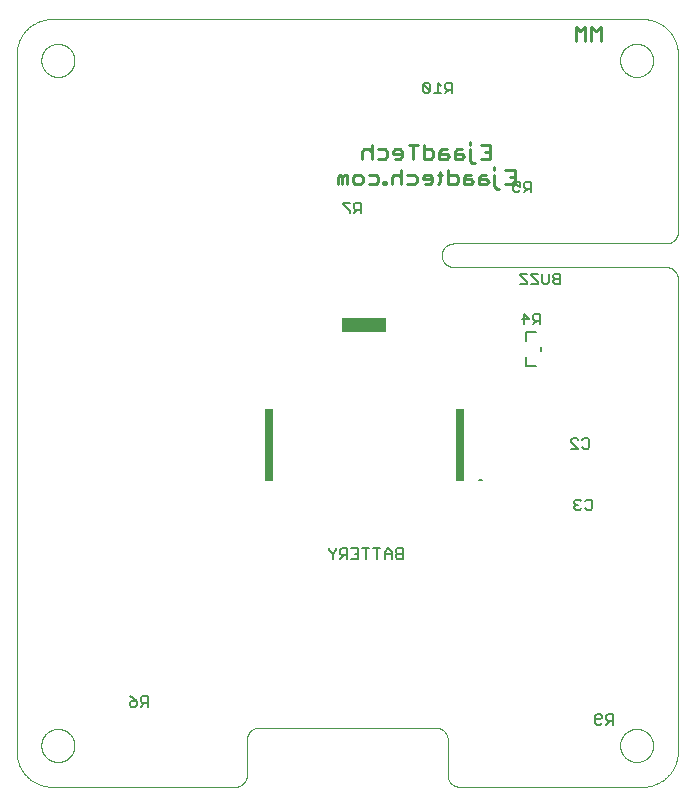
<source format=gbo>
G75*
%MOIN*%
%OFA0B0*%
%FSLAX25Y25*%
%IPPOS*%
%LPD*%
%AMOC8*
5,1,8,0,0,1.08239X$1,22.5*
%
%ADD10C,0.00000*%
%ADD11C,0.00900*%
%ADD12R,0.03150X0.24000*%
%ADD13R,0.15000X0.05000*%
%ADD14C,0.00500*%
D10*
X0037312Y0035098D02*
X0098336Y0035098D01*
X0098460Y0035100D01*
X0098583Y0035106D01*
X0098707Y0035115D01*
X0098829Y0035129D01*
X0098952Y0035146D01*
X0099074Y0035168D01*
X0099195Y0035193D01*
X0099315Y0035222D01*
X0099434Y0035254D01*
X0099553Y0035291D01*
X0099670Y0035331D01*
X0099785Y0035374D01*
X0099900Y0035422D01*
X0100012Y0035473D01*
X0100123Y0035527D01*
X0100233Y0035585D01*
X0100340Y0035646D01*
X0100446Y0035711D01*
X0100549Y0035779D01*
X0100650Y0035850D01*
X0100749Y0035924D01*
X0100846Y0036001D01*
X0100940Y0036082D01*
X0101031Y0036165D01*
X0101120Y0036251D01*
X0101206Y0036340D01*
X0101289Y0036431D01*
X0101370Y0036525D01*
X0101447Y0036622D01*
X0101521Y0036721D01*
X0101592Y0036822D01*
X0101660Y0036925D01*
X0101725Y0037031D01*
X0101786Y0037138D01*
X0101844Y0037248D01*
X0101898Y0037359D01*
X0101949Y0037471D01*
X0101997Y0037586D01*
X0102040Y0037701D01*
X0102080Y0037818D01*
X0102117Y0037937D01*
X0102149Y0038056D01*
X0102178Y0038176D01*
X0102203Y0038297D01*
X0102225Y0038419D01*
X0102242Y0038542D01*
X0102256Y0038664D01*
X0102265Y0038788D01*
X0102271Y0038911D01*
X0102273Y0039035D01*
X0102273Y0050846D01*
X0102275Y0050970D01*
X0102281Y0051093D01*
X0102290Y0051217D01*
X0102304Y0051339D01*
X0102321Y0051462D01*
X0102343Y0051584D01*
X0102368Y0051705D01*
X0102397Y0051825D01*
X0102429Y0051944D01*
X0102466Y0052063D01*
X0102506Y0052180D01*
X0102549Y0052295D01*
X0102597Y0052410D01*
X0102648Y0052522D01*
X0102702Y0052633D01*
X0102760Y0052743D01*
X0102821Y0052850D01*
X0102886Y0052956D01*
X0102954Y0053059D01*
X0103025Y0053160D01*
X0103099Y0053259D01*
X0103176Y0053356D01*
X0103257Y0053450D01*
X0103340Y0053541D01*
X0103426Y0053630D01*
X0103515Y0053716D01*
X0103606Y0053799D01*
X0103700Y0053880D01*
X0103797Y0053957D01*
X0103896Y0054031D01*
X0103997Y0054102D01*
X0104100Y0054170D01*
X0104206Y0054235D01*
X0104313Y0054296D01*
X0104423Y0054354D01*
X0104534Y0054408D01*
X0104646Y0054459D01*
X0104761Y0054507D01*
X0104876Y0054550D01*
X0104993Y0054590D01*
X0105112Y0054627D01*
X0105231Y0054659D01*
X0105351Y0054688D01*
X0105472Y0054713D01*
X0105594Y0054735D01*
X0105717Y0054752D01*
X0105839Y0054766D01*
X0105963Y0054775D01*
X0106086Y0054781D01*
X0106210Y0054783D01*
X0165265Y0054783D01*
X0165389Y0054781D01*
X0165512Y0054775D01*
X0165636Y0054766D01*
X0165758Y0054752D01*
X0165881Y0054735D01*
X0166003Y0054713D01*
X0166124Y0054688D01*
X0166244Y0054659D01*
X0166363Y0054627D01*
X0166482Y0054590D01*
X0166599Y0054550D01*
X0166714Y0054507D01*
X0166829Y0054459D01*
X0166941Y0054408D01*
X0167052Y0054354D01*
X0167162Y0054296D01*
X0167269Y0054235D01*
X0167375Y0054170D01*
X0167478Y0054102D01*
X0167579Y0054031D01*
X0167678Y0053957D01*
X0167775Y0053880D01*
X0167869Y0053799D01*
X0167960Y0053716D01*
X0168049Y0053630D01*
X0168135Y0053541D01*
X0168218Y0053450D01*
X0168299Y0053356D01*
X0168376Y0053259D01*
X0168450Y0053160D01*
X0168521Y0053059D01*
X0168589Y0052956D01*
X0168654Y0052850D01*
X0168715Y0052743D01*
X0168773Y0052633D01*
X0168827Y0052522D01*
X0168878Y0052410D01*
X0168926Y0052295D01*
X0168969Y0052180D01*
X0169009Y0052063D01*
X0169046Y0051944D01*
X0169078Y0051825D01*
X0169107Y0051705D01*
X0169132Y0051584D01*
X0169154Y0051462D01*
X0169171Y0051339D01*
X0169185Y0051217D01*
X0169194Y0051093D01*
X0169200Y0050970D01*
X0169202Y0050846D01*
X0169202Y0039035D01*
X0169204Y0038911D01*
X0169210Y0038788D01*
X0169219Y0038664D01*
X0169233Y0038542D01*
X0169250Y0038419D01*
X0169272Y0038297D01*
X0169297Y0038176D01*
X0169326Y0038056D01*
X0169358Y0037937D01*
X0169395Y0037818D01*
X0169435Y0037701D01*
X0169478Y0037586D01*
X0169526Y0037471D01*
X0169577Y0037359D01*
X0169631Y0037248D01*
X0169689Y0037138D01*
X0169750Y0037031D01*
X0169815Y0036925D01*
X0169883Y0036822D01*
X0169954Y0036721D01*
X0170028Y0036622D01*
X0170105Y0036525D01*
X0170186Y0036431D01*
X0170269Y0036340D01*
X0170355Y0036251D01*
X0170444Y0036165D01*
X0170535Y0036082D01*
X0170629Y0036001D01*
X0170726Y0035924D01*
X0170825Y0035850D01*
X0170926Y0035779D01*
X0171029Y0035711D01*
X0171135Y0035646D01*
X0171242Y0035585D01*
X0171352Y0035527D01*
X0171463Y0035473D01*
X0171575Y0035422D01*
X0171690Y0035374D01*
X0171805Y0035331D01*
X0171922Y0035291D01*
X0172041Y0035254D01*
X0172160Y0035222D01*
X0172280Y0035193D01*
X0172401Y0035168D01*
X0172523Y0035146D01*
X0172646Y0035129D01*
X0172768Y0035115D01*
X0172892Y0035106D01*
X0173015Y0035100D01*
X0173139Y0035098D01*
X0234162Y0035098D01*
X0234447Y0035101D01*
X0234733Y0035112D01*
X0235018Y0035129D01*
X0235302Y0035153D01*
X0235586Y0035184D01*
X0235869Y0035222D01*
X0236150Y0035267D01*
X0236431Y0035318D01*
X0236711Y0035376D01*
X0236989Y0035441D01*
X0237265Y0035513D01*
X0237539Y0035591D01*
X0237812Y0035676D01*
X0238082Y0035768D01*
X0238350Y0035866D01*
X0238616Y0035970D01*
X0238879Y0036081D01*
X0239139Y0036198D01*
X0239397Y0036321D01*
X0239651Y0036451D01*
X0239902Y0036587D01*
X0240150Y0036728D01*
X0240394Y0036876D01*
X0240635Y0037029D01*
X0240871Y0037189D01*
X0241104Y0037354D01*
X0241333Y0037524D01*
X0241558Y0037700D01*
X0241778Y0037882D01*
X0241994Y0038068D01*
X0242205Y0038260D01*
X0242412Y0038457D01*
X0242614Y0038659D01*
X0242811Y0038866D01*
X0243003Y0039077D01*
X0243189Y0039293D01*
X0243371Y0039513D01*
X0243547Y0039738D01*
X0243717Y0039967D01*
X0243882Y0040200D01*
X0244042Y0040436D01*
X0244195Y0040677D01*
X0244343Y0040921D01*
X0244484Y0041169D01*
X0244620Y0041420D01*
X0244750Y0041674D01*
X0244873Y0041932D01*
X0244990Y0042192D01*
X0245101Y0042455D01*
X0245205Y0042721D01*
X0245303Y0042989D01*
X0245395Y0043259D01*
X0245480Y0043532D01*
X0245558Y0043806D01*
X0245630Y0044082D01*
X0245695Y0044360D01*
X0245753Y0044640D01*
X0245804Y0044921D01*
X0245849Y0045202D01*
X0245887Y0045485D01*
X0245918Y0045769D01*
X0245942Y0046053D01*
X0245959Y0046338D01*
X0245970Y0046624D01*
X0245973Y0046909D01*
X0245973Y0204390D01*
X0245971Y0204514D01*
X0245965Y0204637D01*
X0245956Y0204761D01*
X0245942Y0204883D01*
X0245925Y0205006D01*
X0245903Y0205128D01*
X0245878Y0205249D01*
X0245849Y0205369D01*
X0245817Y0205488D01*
X0245780Y0205607D01*
X0245740Y0205724D01*
X0245697Y0205839D01*
X0245649Y0205954D01*
X0245598Y0206066D01*
X0245544Y0206177D01*
X0245486Y0206287D01*
X0245425Y0206394D01*
X0245360Y0206500D01*
X0245292Y0206603D01*
X0245221Y0206704D01*
X0245147Y0206803D01*
X0245070Y0206900D01*
X0244989Y0206994D01*
X0244906Y0207085D01*
X0244820Y0207174D01*
X0244731Y0207260D01*
X0244640Y0207343D01*
X0244546Y0207424D01*
X0244449Y0207501D01*
X0244350Y0207575D01*
X0244249Y0207646D01*
X0244146Y0207714D01*
X0244040Y0207779D01*
X0243933Y0207840D01*
X0243823Y0207898D01*
X0243712Y0207952D01*
X0243600Y0208003D01*
X0243485Y0208051D01*
X0243370Y0208094D01*
X0243253Y0208134D01*
X0243134Y0208171D01*
X0243015Y0208203D01*
X0242895Y0208232D01*
X0242774Y0208257D01*
X0242652Y0208279D01*
X0242529Y0208296D01*
X0242407Y0208310D01*
X0242283Y0208319D01*
X0242160Y0208325D01*
X0242036Y0208327D01*
X0171170Y0208327D01*
X0171046Y0208329D01*
X0170923Y0208335D01*
X0170799Y0208344D01*
X0170677Y0208358D01*
X0170554Y0208375D01*
X0170432Y0208397D01*
X0170311Y0208422D01*
X0170191Y0208451D01*
X0170072Y0208483D01*
X0169953Y0208520D01*
X0169836Y0208560D01*
X0169721Y0208603D01*
X0169606Y0208651D01*
X0169494Y0208702D01*
X0169383Y0208756D01*
X0169273Y0208814D01*
X0169166Y0208875D01*
X0169060Y0208940D01*
X0168957Y0209008D01*
X0168856Y0209079D01*
X0168757Y0209153D01*
X0168660Y0209230D01*
X0168566Y0209311D01*
X0168475Y0209394D01*
X0168386Y0209480D01*
X0168300Y0209569D01*
X0168217Y0209660D01*
X0168136Y0209754D01*
X0168059Y0209851D01*
X0167985Y0209950D01*
X0167914Y0210051D01*
X0167846Y0210154D01*
X0167781Y0210260D01*
X0167720Y0210367D01*
X0167662Y0210477D01*
X0167608Y0210588D01*
X0167557Y0210700D01*
X0167509Y0210815D01*
X0167466Y0210930D01*
X0167426Y0211047D01*
X0167389Y0211166D01*
X0167357Y0211285D01*
X0167328Y0211405D01*
X0167303Y0211526D01*
X0167281Y0211648D01*
X0167264Y0211771D01*
X0167250Y0211893D01*
X0167241Y0212017D01*
X0167235Y0212140D01*
X0167233Y0212264D01*
X0167235Y0212388D01*
X0167241Y0212511D01*
X0167250Y0212635D01*
X0167264Y0212757D01*
X0167281Y0212880D01*
X0167303Y0213002D01*
X0167328Y0213123D01*
X0167357Y0213243D01*
X0167389Y0213362D01*
X0167426Y0213481D01*
X0167466Y0213598D01*
X0167509Y0213713D01*
X0167557Y0213828D01*
X0167608Y0213940D01*
X0167662Y0214051D01*
X0167720Y0214161D01*
X0167781Y0214268D01*
X0167846Y0214374D01*
X0167914Y0214477D01*
X0167985Y0214578D01*
X0168059Y0214677D01*
X0168136Y0214774D01*
X0168217Y0214868D01*
X0168300Y0214959D01*
X0168386Y0215048D01*
X0168475Y0215134D01*
X0168566Y0215217D01*
X0168660Y0215298D01*
X0168757Y0215375D01*
X0168856Y0215449D01*
X0168957Y0215520D01*
X0169060Y0215588D01*
X0169166Y0215653D01*
X0169273Y0215714D01*
X0169383Y0215772D01*
X0169494Y0215826D01*
X0169606Y0215877D01*
X0169721Y0215925D01*
X0169836Y0215968D01*
X0169953Y0216008D01*
X0170072Y0216045D01*
X0170191Y0216077D01*
X0170311Y0216106D01*
X0170432Y0216131D01*
X0170554Y0216153D01*
X0170677Y0216170D01*
X0170799Y0216184D01*
X0170923Y0216193D01*
X0171046Y0216199D01*
X0171170Y0216201D01*
X0242036Y0216201D01*
X0242160Y0216203D01*
X0242283Y0216209D01*
X0242407Y0216218D01*
X0242529Y0216232D01*
X0242652Y0216249D01*
X0242774Y0216271D01*
X0242895Y0216296D01*
X0243015Y0216325D01*
X0243134Y0216357D01*
X0243253Y0216394D01*
X0243370Y0216434D01*
X0243485Y0216477D01*
X0243600Y0216525D01*
X0243712Y0216576D01*
X0243823Y0216630D01*
X0243933Y0216688D01*
X0244040Y0216749D01*
X0244146Y0216814D01*
X0244249Y0216882D01*
X0244350Y0216953D01*
X0244449Y0217027D01*
X0244546Y0217104D01*
X0244640Y0217185D01*
X0244731Y0217268D01*
X0244820Y0217354D01*
X0244906Y0217443D01*
X0244989Y0217534D01*
X0245070Y0217628D01*
X0245147Y0217725D01*
X0245221Y0217824D01*
X0245292Y0217925D01*
X0245360Y0218028D01*
X0245425Y0218134D01*
X0245486Y0218241D01*
X0245544Y0218351D01*
X0245598Y0218462D01*
X0245649Y0218574D01*
X0245697Y0218689D01*
X0245740Y0218804D01*
X0245780Y0218921D01*
X0245817Y0219040D01*
X0245849Y0219159D01*
X0245878Y0219279D01*
X0245903Y0219400D01*
X0245925Y0219522D01*
X0245942Y0219645D01*
X0245956Y0219767D01*
X0245965Y0219891D01*
X0245971Y0220014D01*
X0245973Y0220138D01*
X0245973Y0279193D01*
X0245970Y0279478D01*
X0245959Y0279764D01*
X0245942Y0280049D01*
X0245918Y0280333D01*
X0245887Y0280617D01*
X0245849Y0280900D01*
X0245804Y0281181D01*
X0245753Y0281462D01*
X0245695Y0281742D01*
X0245630Y0282020D01*
X0245558Y0282296D01*
X0245480Y0282570D01*
X0245395Y0282843D01*
X0245303Y0283113D01*
X0245205Y0283381D01*
X0245101Y0283647D01*
X0244990Y0283910D01*
X0244873Y0284170D01*
X0244750Y0284428D01*
X0244620Y0284682D01*
X0244484Y0284933D01*
X0244343Y0285181D01*
X0244195Y0285425D01*
X0244042Y0285666D01*
X0243882Y0285902D01*
X0243717Y0286135D01*
X0243547Y0286364D01*
X0243371Y0286589D01*
X0243189Y0286809D01*
X0243003Y0287025D01*
X0242811Y0287236D01*
X0242614Y0287443D01*
X0242412Y0287645D01*
X0242205Y0287842D01*
X0241994Y0288034D01*
X0241778Y0288220D01*
X0241558Y0288402D01*
X0241333Y0288578D01*
X0241104Y0288748D01*
X0240871Y0288913D01*
X0240635Y0289073D01*
X0240394Y0289226D01*
X0240150Y0289374D01*
X0239902Y0289515D01*
X0239651Y0289651D01*
X0239397Y0289781D01*
X0239139Y0289904D01*
X0238879Y0290021D01*
X0238616Y0290132D01*
X0238350Y0290236D01*
X0238082Y0290334D01*
X0237812Y0290426D01*
X0237539Y0290511D01*
X0237265Y0290589D01*
X0236989Y0290661D01*
X0236711Y0290726D01*
X0236431Y0290784D01*
X0236150Y0290835D01*
X0235869Y0290880D01*
X0235586Y0290918D01*
X0235302Y0290949D01*
X0235018Y0290973D01*
X0234733Y0290990D01*
X0234447Y0291001D01*
X0234162Y0291004D01*
X0037312Y0291004D01*
X0037027Y0291001D01*
X0036741Y0290990D01*
X0036456Y0290973D01*
X0036172Y0290949D01*
X0035888Y0290918D01*
X0035605Y0290880D01*
X0035324Y0290835D01*
X0035043Y0290784D01*
X0034763Y0290726D01*
X0034485Y0290661D01*
X0034209Y0290589D01*
X0033935Y0290511D01*
X0033662Y0290426D01*
X0033392Y0290334D01*
X0033124Y0290236D01*
X0032858Y0290132D01*
X0032595Y0290021D01*
X0032335Y0289904D01*
X0032077Y0289781D01*
X0031823Y0289651D01*
X0031572Y0289515D01*
X0031324Y0289374D01*
X0031080Y0289226D01*
X0030839Y0289073D01*
X0030603Y0288913D01*
X0030370Y0288748D01*
X0030141Y0288578D01*
X0029916Y0288402D01*
X0029696Y0288220D01*
X0029480Y0288034D01*
X0029269Y0287842D01*
X0029062Y0287645D01*
X0028860Y0287443D01*
X0028663Y0287236D01*
X0028471Y0287025D01*
X0028285Y0286809D01*
X0028103Y0286589D01*
X0027927Y0286364D01*
X0027757Y0286135D01*
X0027592Y0285902D01*
X0027432Y0285666D01*
X0027279Y0285425D01*
X0027131Y0285181D01*
X0026990Y0284933D01*
X0026854Y0284682D01*
X0026724Y0284428D01*
X0026601Y0284170D01*
X0026484Y0283910D01*
X0026373Y0283647D01*
X0026269Y0283381D01*
X0026171Y0283113D01*
X0026079Y0282843D01*
X0025994Y0282570D01*
X0025916Y0282296D01*
X0025844Y0282020D01*
X0025779Y0281742D01*
X0025721Y0281462D01*
X0025670Y0281181D01*
X0025625Y0280900D01*
X0025587Y0280617D01*
X0025556Y0280333D01*
X0025532Y0280049D01*
X0025515Y0279764D01*
X0025504Y0279478D01*
X0025501Y0279193D01*
X0025501Y0046909D01*
X0025504Y0046624D01*
X0025515Y0046338D01*
X0025532Y0046053D01*
X0025556Y0045769D01*
X0025587Y0045485D01*
X0025625Y0045202D01*
X0025670Y0044921D01*
X0025721Y0044640D01*
X0025779Y0044360D01*
X0025844Y0044082D01*
X0025916Y0043806D01*
X0025994Y0043532D01*
X0026079Y0043259D01*
X0026171Y0042989D01*
X0026269Y0042721D01*
X0026373Y0042455D01*
X0026484Y0042192D01*
X0026601Y0041932D01*
X0026724Y0041674D01*
X0026854Y0041420D01*
X0026990Y0041169D01*
X0027131Y0040921D01*
X0027279Y0040677D01*
X0027432Y0040436D01*
X0027592Y0040200D01*
X0027757Y0039967D01*
X0027927Y0039738D01*
X0028103Y0039513D01*
X0028285Y0039293D01*
X0028471Y0039077D01*
X0028663Y0038866D01*
X0028860Y0038659D01*
X0029062Y0038457D01*
X0029269Y0038260D01*
X0029480Y0038068D01*
X0029696Y0037882D01*
X0029916Y0037700D01*
X0030141Y0037524D01*
X0030370Y0037354D01*
X0030603Y0037189D01*
X0030839Y0037029D01*
X0031080Y0036876D01*
X0031324Y0036728D01*
X0031572Y0036587D01*
X0031823Y0036451D01*
X0032077Y0036321D01*
X0032335Y0036198D01*
X0032595Y0036081D01*
X0032858Y0035970D01*
X0033124Y0035866D01*
X0033392Y0035768D01*
X0033662Y0035676D01*
X0033935Y0035591D01*
X0034209Y0035513D01*
X0034485Y0035441D01*
X0034763Y0035376D01*
X0035043Y0035318D01*
X0035324Y0035267D01*
X0035605Y0035222D01*
X0035888Y0035184D01*
X0036172Y0035153D01*
X0036456Y0035129D01*
X0036741Y0035112D01*
X0037027Y0035101D01*
X0037312Y0035098D01*
X0033765Y0048883D02*
X0033767Y0049031D01*
X0033773Y0049179D01*
X0033783Y0049327D01*
X0033797Y0049474D01*
X0033815Y0049621D01*
X0033836Y0049767D01*
X0033862Y0049913D01*
X0033892Y0050058D01*
X0033925Y0050202D01*
X0033963Y0050345D01*
X0034004Y0050487D01*
X0034049Y0050628D01*
X0034097Y0050768D01*
X0034150Y0050907D01*
X0034206Y0051044D01*
X0034266Y0051179D01*
X0034329Y0051313D01*
X0034396Y0051445D01*
X0034467Y0051575D01*
X0034541Y0051703D01*
X0034618Y0051829D01*
X0034699Y0051953D01*
X0034783Y0052075D01*
X0034870Y0052194D01*
X0034961Y0052311D01*
X0035055Y0052426D01*
X0035151Y0052538D01*
X0035251Y0052648D01*
X0035353Y0052754D01*
X0035459Y0052858D01*
X0035567Y0052959D01*
X0035678Y0053057D01*
X0035791Y0053153D01*
X0035907Y0053245D01*
X0036025Y0053334D01*
X0036146Y0053419D01*
X0036269Y0053502D01*
X0036394Y0053581D01*
X0036521Y0053657D01*
X0036650Y0053729D01*
X0036781Y0053798D01*
X0036914Y0053863D01*
X0037049Y0053924D01*
X0037185Y0053982D01*
X0037322Y0054037D01*
X0037461Y0054087D01*
X0037602Y0054134D01*
X0037743Y0054177D01*
X0037886Y0054217D01*
X0038030Y0054252D01*
X0038174Y0054284D01*
X0038320Y0054311D01*
X0038466Y0054335D01*
X0038613Y0054355D01*
X0038760Y0054371D01*
X0038907Y0054383D01*
X0039055Y0054391D01*
X0039203Y0054395D01*
X0039351Y0054395D01*
X0039499Y0054391D01*
X0039647Y0054383D01*
X0039794Y0054371D01*
X0039941Y0054355D01*
X0040088Y0054335D01*
X0040234Y0054311D01*
X0040380Y0054284D01*
X0040524Y0054252D01*
X0040668Y0054217D01*
X0040811Y0054177D01*
X0040952Y0054134D01*
X0041093Y0054087D01*
X0041232Y0054037D01*
X0041369Y0053982D01*
X0041505Y0053924D01*
X0041640Y0053863D01*
X0041773Y0053798D01*
X0041904Y0053729D01*
X0042033Y0053657D01*
X0042160Y0053581D01*
X0042285Y0053502D01*
X0042408Y0053419D01*
X0042529Y0053334D01*
X0042647Y0053245D01*
X0042763Y0053153D01*
X0042876Y0053057D01*
X0042987Y0052959D01*
X0043095Y0052858D01*
X0043201Y0052754D01*
X0043303Y0052648D01*
X0043403Y0052538D01*
X0043499Y0052426D01*
X0043593Y0052311D01*
X0043684Y0052194D01*
X0043771Y0052075D01*
X0043855Y0051953D01*
X0043936Y0051829D01*
X0044013Y0051703D01*
X0044087Y0051575D01*
X0044158Y0051445D01*
X0044225Y0051313D01*
X0044288Y0051179D01*
X0044348Y0051044D01*
X0044404Y0050907D01*
X0044457Y0050768D01*
X0044505Y0050628D01*
X0044550Y0050487D01*
X0044591Y0050345D01*
X0044629Y0050202D01*
X0044662Y0050058D01*
X0044692Y0049913D01*
X0044718Y0049767D01*
X0044739Y0049621D01*
X0044757Y0049474D01*
X0044771Y0049327D01*
X0044781Y0049179D01*
X0044787Y0049031D01*
X0044789Y0048883D01*
X0044787Y0048735D01*
X0044781Y0048587D01*
X0044771Y0048439D01*
X0044757Y0048292D01*
X0044739Y0048145D01*
X0044718Y0047999D01*
X0044692Y0047853D01*
X0044662Y0047708D01*
X0044629Y0047564D01*
X0044591Y0047421D01*
X0044550Y0047279D01*
X0044505Y0047138D01*
X0044457Y0046998D01*
X0044404Y0046859D01*
X0044348Y0046722D01*
X0044288Y0046587D01*
X0044225Y0046453D01*
X0044158Y0046321D01*
X0044087Y0046191D01*
X0044013Y0046063D01*
X0043936Y0045937D01*
X0043855Y0045813D01*
X0043771Y0045691D01*
X0043684Y0045572D01*
X0043593Y0045455D01*
X0043499Y0045340D01*
X0043403Y0045228D01*
X0043303Y0045118D01*
X0043201Y0045012D01*
X0043095Y0044908D01*
X0042987Y0044807D01*
X0042876Y0044709D01*
X0042763Y0044613D01*
X0042647Y0044521D01*
X0042529Y0044432D01*
X0042408Y0044347D01*
X0042285Y0044264D01*
X0042160Y0044185D01*
X0042033Y0044109D01*
X0041904Y0044037D01*
X0041773Y0043968D01*
X0041640Y0043903D01*
X0041505Y0043842D01*
X0041369Y0043784D01*
X0041232Y0043729D01*
X0041093Y0043679D01*
X0040952Y0043632D01*
X0040811Y0043589D01*
X0040668Y0043549D01*
X0040524Y0043514D01*
X0040380Y0043482D01*
X0040234Y0043455D01*
X0040088Y0043431D01*
X0039941Y0043411D01*
X0039794Y0043395D01*
X0039647Y0043383D01*
X0039499Y0043375D01*
X0039351Y0043371D01*
X0039203Y0043371D01*
X0039055Y0043375D01*
X0038907Y0043383D01*
X0038760Y0043395D01*
X0038613Y0043411D01*
X0038466Y0043431D01*
X0038320Y0043455D01*
X0038174Y0043482D01*
X0038030Y0043514D01*
X0037886Y0043549D01*
X0037743Y0043589D01*
X0037602Y0043632D01*
X0037461Y0043679D01*
X0037322Y0043729D01*
X0037185Y0043784D01*
X0037049Y0043842D01*
X0036914Y0043903D01*
X0036781Y0043968D01*
X0036650Y0044037D01*
X0036521Y0044109D01*
X0036394Y0044185D01*
X0036269Y0044264D01*
X0036146Y0044347D01*
X0036025Y0044432D01*
X0035907Y0044521D01*
X0035791Y0044613D01*
X0035678Y0044709D01*
X0035567Y0044807D01*
X0035459Y0044908D01*
X0035353Y0045012D01*
X0035251Y0045118D01*
X0035151Y0045228D01*
X0035055Y0045340D01*
X0034961Y0045455D01*
X0034870Y0045572D01*
X0034783Y0045691D01*
X0034699Y0045813D01*
X0034618Y0045937D01*
X0034541Y0046063D01*
X0034467Y0046191D01*
X0034396Y0046321D01*
X0034329Y0046453D01*
X0034266Y0046587D01*
X0034206Y0046722D01*
X0034150Y0046859D01*
X0034097Y0046998D01*
X0034049Y0047138D01*
X0034004Y0047279D01*
X0033963Y0047421D01*
X0033925Y0047564D01*
X0033892Y0047708D01*
X0033862Y0047853D01*
X0033836Y0047999D01*
X0033815Y0048145D01*
X0033797Y0048292D01*
X0033783Y0048439D01*
X0033773Y0048587D01*
X0033767Y0048735D01*
X0033765Y0048883D01*
X0226679Y0048883D02*
X0226681Y0049031D01*
X0226687Y0049179D01*
X0226697Y0049327D01*
X0226711Y0049474D01*
X0226729Y0049621D01*
X0226750Y0049767D01*
X0226776Y0049913D01*
X0226806Y0050058D01*
X0226839Y0050202D01*
X0226877Y0050345D01*
X0226918Y0050487D01*
X0226963Y0050628D01*
X0227011Y0050768D01*
X0227064Y0050907D01*
X0227120Y0051044D01*
X0227180Y0051179D01*
X0227243Y0051313D01*
X0227310Y0051445D01*
X0227381Y0051575D01*
X0227455Y0051703D01*
X0227532Y0051829D01*
X0227613Y0051953D01*
X0227697Y0052075D01*
X0227784Y0052194D01*
X0227875Y0052311D01*
X0227969Y0052426D01*
X0228065Y0052538D01*
X0228165Y0052648D01*
X0228267Y0052754D01*
X0228373Y0052858D01*
X0228481Y0052959D01*
X0228592Y0053057D01*
X0228705Y0053153D01*
X0228821Y0053245D01*
X0228939Y0053334D01*
X0229060Y0053419D01*
X0229183Y0053502D01*
X0229308Y0053581D01*
X0229435Y0053657D01*
X0229564Y0053729D01*
X0229695Y0053798D01*
X0229828Y0053863D01*
X0229963Y0053924D01*
X0230099Y0053982D01*
X0230236Y0054037D01*
X0230375Y0054087D01*
X0230516Y0054134D01*
X0230657Y0054177D01*
X0230800Y0054217D01*
X0230944Y0054252D01*
X0231088Y0054284D01*
X0231234Y0054311D01*
X0231380Y0054335D01*
X0231527Y0054355D01*
X0231674Y0054371D01*
X0231821Y0054383D01*
X0231969Y0054391D01*
X0232117Y0054395D01*
X0232265Y0054395D01*
X0232413Y0054391D01*
X0232561Y0054383D01*
X0232708Y0054371D01*
X0232855Y0054355D01*
X0233002Y0054335D01*
X0233148Y0054311D01*
X0233294Y0054284D01*
X0233438Y0054252D01*
X0233582Y0054217D01*
X0233725Y0054177D01*
X0233866Y0054134D01*
X0234007Y0054087D01*
X0234146Y0054037D01*
X0234283Y0053982D01*
X0234419Y0053924D01*
X0234554Y0053863D01*
X0234687Y0053798D01*
X0234818Y0053729D01*
X0234947Y0053657D01*
X0235074Y0053581D01*
X0235199Y0053502D01*
X0235322Y0053419D01*
X0235443Y0053334D01*
X0235561Y0053245D01*
X0235677Y0053153D01*
X0235790Y0053057D01*
X0235901Y0052959D01*
X0236009Y0052858D01*
X0236115Y0052754D01*
X0236217Y0052648D01*
X0236317Y0052538D01*
X0236413Y0052426D01*
X0236507Y0052311D01*
X0236598Y0052194D01*
X0236685Y0052075D01*
X0236769Y0051953D01*
X0236850Y0051829D01*
X0236927Y0051703D01*
X0237001Y0051575D01*
X0237072Y0051445D01*
X0237139Y0051313D01*
X0237202Y0051179D01*
X0237262Y0051044D01*
X0237318Y0050907D01*
X0237371Y0050768D01*
X0237419Y0050628D01*
X0237464Y0050487D01*
X0237505Y0050345D01*
X0237543Y0050202D01*
X0237576Y0050058D01*
X0237606Y0049913D01*
X0237632Y0049767D01*
X0237653Y0049621D01*
X0237671Y0049474D01*
X0237685Y0049327D01*
X0237695Y0049179D01*
X0237701Y0049031D01*
X0237703Y0048883D01*
X0237701Y0048735D01*
X0237695Y0048587D01*
X0237685Y0048439D01*
X0237671Y0048292D01*
X0237653Y0048145D01*
X0237632Y0047999D01*
X0237606Y0047853D01*
X0237576Y0047708D01*
X0237543Y0047564D01*
X0237505Y0047421D01*
X0237464Y0047279D01*
X0237419Y0047138D01*
X0237371Y0046998D01*
X0237318Y0046859D01*
X0237262Y0046722D01*
X0237202Y0046587D01*
X0237139Y0046453D01*
X0237072Y0046321D01*
X0237001Y0046191D01*
X0236927Y0046063D01*
X0236850Y0045937D01*
X0236769Y0045813D01*
X0236685Y0045691D01*
X0236598Y0045572D01*
X0236507Y0045455D01*
X0236413Y0045340D01*
X0236317Y0045228D01*
X0236217Y0045118D01*
X0236115Y0045012D01*
X0236009Y0044908D01*
X0235901Y0044807D01*
X0235790Y0044709D01*
X0235677Y0044613D01*
X0235561Y0044521D01*
X0235443Y0044432D01*
X0235322Y0044347D01*
X0235199Y0044264D01*
X0235074Y0044185D01*
X0234947Y0044109D01*
X0234818Y0044037D01*
X0234687Y0043968D01*
X0234554Y0043903D01*
X0234419Y0043842D01*
X0234283Y0043784D01*
X0234146Y0043729D01*
X0234007Y0043679D01*
X0233866Y0043632D01*
X0233725Y0043589D01*
X0233582Y0043549D01*
X0233438Y0043514D01*
X0233294Y0043482D01*
X0233148Y0043455D01*
X0233002Y0043431D01*
X0232855Y0043411D01*
X0232708Y0043395D01*
X0232561Y0043383D01*
X0232413Y0043375D01*
X0232265Y0043371D01*
X0232117Y0043371D01*
X0231969Y0043375D01*
X0231821Y0043383D01*
X0231674Y0043395D01*
X0231527Y0043411D01*
X0231380Y0043431D01*
X0231234Y0043455D01*
X0231088Y0043482D01*
X0230944Y0043514D01*
X0230800Y0043549D01*
X0230657Y0043589D01*
X0230516Y0043632D01*
X0230375Y0043679D01*
X0230236Y0043729D01*
X0230099Y0043784D01*
X0229963Y0043842D01*
X0229828Y0043903D01*
X0229695Y0043968D01*
X0229564Y0044037D01*
X0229435Y0044109D01*
X0229308Y0044185D01*
X0229183Y0044264D01*
X0229060Y0044347D01*
X0228939Y0044432D01*
X0228821Y0044521D01*
X0228705Y0044613D01*
X0228592Y0044709D01*
X0228481Y0044807D01*
X0228373Y0044908D01*
X0228267Y0045012D01*
X0228165Y0045118D01*
X0228065Y0045228D01*
X0227969Y0045340D01*
X0227875Y0045455D01*
X0227784Y0045572D01*
X0227697Y0045691D01*
X0227613Y0045813D01*
X0227532Y0045937D01*
X0227455Y0046063D01*
X0227381Y0046191D01*
X0227310Y0046321D01*
X0227243Y0046453D01*
X0227180Y0046587D01*
X0227120Y0046722D01*
X0227064Y0046859D01*
X0227011Y0046998D01*
X0226963Y0047138D01*
X0226918Y0047279D01*
X0226877Y0047421D01*
X0226839Y0047564D01*
X0226806Y0047708D01*
X0226776Y0047853D01*
X0226750Y0047999D01*
X0226729Y0048145D01*
X0226711Y0048292D01*
X0226697Y0048439D01*
X0226687Y0048587D01*
X0226681Y0048735D01*
X0226679Y0048883D01*
X0226679Y0277230D02*
X0226681Y0277378D01*
X0226687Y0277526D01*
X0226697Y0277674D01*
X0226711Y0277821D01*
X0226729Y0277968D01*
X0226750Y0278114D01*
X0226776Y0278260D01*
X0226806Y0278405D01*
X0226839Y0278549D01*
X0226877Y0278692D01*
X0226918Y0278834D01*
X0226963Y0278975D01*
X0227011Y0279115D01*
X0227064Y0279254D01*
X0227120Y0279391D01*
X0227180Y0279526D01*
X0227243Y0279660D01*
X0227310Y0279792D01*
X0227381Y0279922D01*
X0227455Y0280050D01*
X0227532Y0280176D01*
X0227613Y0280300D01*
X0227697Y0280422D01*
X0227784Y0280541D01*
X0227875Y0280658D01*
X0227969Y0280773D01*
X0228065Y0280885D01*
X0228165Y0280995D01*
X0228267Y0281101D01*
X0228373Y0281205D01*
X0228481Y0281306D01*
X0228592Y0281404D01*
X0228705Y0281500D01*
X0228821Y0281592D01*
X0228939Y0281681D01*
X0229060Y0281766D01*
X0229183Y0281849D01*
X0229308Y0281928D01*
X0229435Y0282004D01*
X0229564Y0282076D01*
X0229695Y0282145D01*
X0229828Y0282210D01*
X0229963Y0282271D01*
X0230099Y0282329D01*
X0230236Y0282384D01*
X0230375Y0282434D01*
X0230516Y0282481D01*
X0230657Y0282524D01*
X0230800Y0282564D01*
X0230944Y0282599D01*
X0231088Y0282631D01*
X0231234Y0282658D01*
X0231380Y0282682D01*
X0231527Y0282702D01*
X0231674Y0282718D01*
X0231821Y0282730D01*
X0231969Y0282738D01*
X0232117Y0282742D01*
X0232265Y0282742D01*
X0232413Y0282738D01*
X0232561Y0282730D01*
X0232708Y0282718D01*
X0232855Y0282702D01*
X0233002Y0282682D01*
X0233148Y0282658D01*
X0233294Y0282631D01*
X0233438Y0282599D01*
X0233582Y0282564D01*
X0233725Y0282524D01*
X0233866Y0282481D01*
X0234007Y0282434D01*
X0234146Y0282384D01*
X0234283Y0282329D01*
X0234419Y0282271D01*
X0234554Y0282210D01*
X0234687Y0282145D01*
X0234818Y0282076D01*
X0234947Y0282004D01*
X0235074Y0281928D01*
X0235199Y0281849D01*
X0235322Y0281766D01*
X0235443Y0281681D01*
X0235561Y0281592D01*
X0235677Y0281500D01*
X0235790Y0281404D01*
X0235901Y0281306D01*
X0236009Y0281205D01*
X0236115Y0281101D01*
X0236217Y0280995D01*
X0236317Y0280885D01*
X0236413Y0280773D01*
X0236507Y0280658D01*
X0236598Y0280541D01*
X0236685Y0280422D01*
X0236769Y0280300D01*
X0236850Y0280176D01*
X0236927Y0280050D01*
X0237001Y0279922D01*
X0237072Y0279792D01*
X0237139Y0279660D01*
X0237202Y0279526D01*
X0237262Y0279391D01*
X0237318Y0279254D01*
X0237371Y0279115D01*
X0237419Y0278975D01*
X0237464Y0278834D01*
X0237505Y0278692D01*
X0237543Y0278549D01*
X0237576Y0278405D01*
X0237606Y0278260D01*
X0237632Y0278114D01*
X0237653Y0277968D01*
X0237671Y0277821D01*
X0237685Y0277674D01*
X0237695Y0277526D01*
X0237701Y0277378D01*
X0237703Y0277230D01*
X0237701Y0277082D01*
X0237695Y0276934D01*
X0237685Y0276786D01*
X0237671Y0276639D01*
X0237653Y0276492D01*
X0237632Y0276346D01*
X0237606Y0276200D01*
X0237576Y0276055D01*
X0237543Y0275911D01*
X0237505Y0275768D01*
X0237464Y0275626D01*
X0237419Y0275485D01*
X0237371Y0275345D01*
X0237318Y0275206D01*
X0237262Y0275069D01*
X0237202Y0274934D01*
X0237139Y0274800D01*
X0237072Y0274668D01*
X0237001Y0274538D01*
X0236927Y0274410D01*
X0236850Y0274284D01*
X0236769Y0274160D01*
X0236685Y0274038D01*
X0236598Y0273919D01*
X0236507Y0273802D01*
X0236413Y0273687D01*
X0236317Y0273575D01*
X0236217Y0273465D01*
X0236115Y0273359D01*
X0236009Y0273255D01*
X0235901Y0273154D01*
X0235790Y0273056D01*
X0235677Y0272960D01*
X0235561Y0272868D01*
X0235443Y0272779D01*
X0235322Y0272694D01*
X0235199Y0272611D01*
X0235074Y0272532D01*
X0234947Y0272456D01*
X0234818Y0272384D01*
X0234687Y0272315D01*
X0234554Y0272250D01*
X0234419Y0272189D01*
X0234283Y0272131D01*
X0234146Y0272076D01*
X0234007Y0272026D01*
X0233866Y0271979D01*
X0233725Y0271936D01*
X0233582Y0271896D01*
X0233438Y0271861D01*
X0233294Y0271829D01*
X0233148Y0271802D01*
X0233002Y0271778D01*
X0232855Y0271758D01*
X0232708Y0271742D01*
X0232561Y0271730D01*
X0232413Y0271722D01*
X0232265Y0271718D01*
X0232117Y0271718D01*
X0231969Y0271722D01*
X0231821Y0271730D01*
X0231674Y0271742D01*
X0231527Y0271758D01*
X0231380Y0271778D01*
X0231234Y0271802D01*
X0231088Y0271829D01*
X0230944Y0271861D01*
X0230800Y0271896D01*
X0230657Y0271936D01*
X0230516Y0271979D01*
X0230375Y0272026D01*
X0230236Y0272076D01*
X0230099Y0272131D01*
X0229963Y0272189D01*
X0229828Y0272250D01*
X0229695Y0272315D01*
X0229564Y0272384D01*
X0229435Y0272456D01*
X0229308Y0272532D01*
X0229183Y0272611D01*
X0229060Y0272694D01*
X0228939Y0272779D01*
X0228821Y0272868D01*
X0228705Y0272960D01*
X0228592Y0273056D01*
X0228481Y0273154D01*
X0228373Y0273255D01*
X0228267Y0273359D01*
X0228165Y0273465D01*
X0228065Y0273575D01*
X0227969Y0273687D01*
X0227875Y0273802D01*
X0227784Y0273919D01*
X0227697Y0274038D01*
X0227613Y0274160D01*
X0227532Y0274284D01*
X0227455Y0274410D01*
X0227381Y0274538D01*
X0227310Y0274668D01*
X0227243Y0274800D01*
X0227180Y0274934D01*
X0227120Y0275069D01*
X0227064Y0275206D01*
X0227011Y0275345D01*
X0226963Y0275485D01*
X0226918Y0275626D01*
X0226877Y0275768D01*
X0226839Y0275911D01*
X0226806Y0276055D01*
X0226776Y0276200D01*
X0226750Y0276346D01*
X0226729Y0276492D01*
X0226711Y0276639D01*
X0226697Y0276786D01*
X0226687Y0276934D01*
X0226681Y0277082D01*
X0226679Y0277230D01*
X0033765Y0277230D02*
X0033767Y0277378D01*
X0033773Y0277526D01*
X0033783Y0277674D01*
X0033797Y0277821D01*
X0033815Y0277968D01*
X0033836Y0278114D01*
X0033862Y0278260D01*
X0033892Y0278405D01*
X0033925Y0278549D01*
X0033963Y0278692D01*
X0034004Y0278834D01*
X0034049Y0278975D01*
X0034097Y0279115D01*
X0034150Y0279254D01*
X0034206Y0279391D01*
X0034266Y0279526D01*
X0034329Y0279660D01*
X0034396Y0279792D01*
X0034467Y0279922D01*
X0034541Y0280050D01*
X0034618Y0280176D01*
X0034699Y0280300D01*
X0034783Y0280422D01*
X0034870Y0280541D01*
X0034961Y0280658D01*
X0035055Y0280773D01*
X0035151Y0280885D01*
X0035251Y0280995D01*
X0035353Y0281101D01*
X0035459Y0281205D01*
X0035567Y0281306D01*
X0035678Y0281404D01*
X0035791Y0281500D01*
X0035907Y0281592D01*
X0036025Y0281681D01*
X0036146Y0281766D01*
X0036269Y0281849D01*
X0036394Y0281928D01*
X0036521Y0282004D01*
X0036650Y0282076D01*
X0036781Y0282145D01*
X0036914Y0282210D01*
X0037049Y0282271D01*
X0037185Y0282329D01*
X0037322Y0282384D01*
X0037461Y0282434D01*
X0037602Y0282481D01*
X0037743Y0282524D01*
X0037886Y0282564D01*
X0038030Y0282599D01*
X0038174Y0282631D01*
X0038320Y0282658D01*
X0038466Y0282682D01*
X0038613Y0282702D01*
X0038760Y0282718D01*
X0038907Y0282730D01*
X0039055Y0282738D01*
X0039203Y0282742D01*
X0039351Y0282742D01*
X0039499Y0282738D01*
X0039647Y0282730D01*
X0039794Y0282718D01*
X0039941Y0282702D01*
X0040088Y0282682D01*
X0040234Y0282658D01*
X0040380Y0282631D01*
X0040524Y0282599D01*
X0040668Y0282564D01*
X0040811Y0282524D01*
X0040952Y0282481D01*
X0041093Y0282434D01*
X0041232Y0282384D01*
X0041369Y0282329D01*
X0041505Y0282271D01*
X0041640Y0282210D01*
X0041773Y0282145D01*
X0041904Y0282076D01*
X0042033Y0282004D01*
X0042160Y0281928D01*
X0042285Y0281849D01*
X0042408Y0281766D01*
X0042529Y0281681D01*
X0042647Y0281592D01*
X0042763Y0281500D01*
X0042876Y0281404D01*
X0042987Y0281306D01*
X0043095Y0281205D01*
X0043201Y0281101D01*
X0043303Y0280995D01*
X0043403Y0280885D01*
X0043499Y0280773D01*
X0043593Y0280658D01*
X0043684Y0280541D01*
X0043771Y0280422D01*
X0043855Y0280300D01*
X0043936Y0280176D01*
X0044013Y0280050D01*
X0044087Y0279922D01*
X0044158Y0279792D01*
X0044225Y0279660D01*
X0044288Y0279526D01*
X0044348Y0279391D01*
X0044404Y0279254D01*
X0044457Y0279115D01*
X0044505Y0278975D01*
X0044550Y0278834D01*
X0044591Y0278692D01*
X0044629Y0278549D01*
X0044662Y0278405D01*
X0044692Y0278260D01*
X0044718Y0278114D01*
X0044739Y0277968D01*
X0044757Y0277821D01*
X0044771Y0277674D01*
X0044781Y0277526D01*
X0044787Y0277378D01*
X0044789Y0277230D01*
X0044787Y0277082D01*
X0044781Y0276934D01*
X0044771Y0276786D01*
X0044757Y0276639D01*
X0044739Y0276492D01*
X0044718Y0276346D01*
X0044692Y0276200D01*
X0044662Y0276055D01*
X0044629Y0275911D01*
X0044591Y0275768D01*
X0044550Y0275626D01*
X0044505Y0275485D01*
X0044457Y0275345D01*
X0044404Y0275206D01*
X0044348Y0275069D01*
X0044288Y0274934D01*
X0044225Y0274800D01*
X0044158Y0274668D01*
X0044087Y0274538D01*
X0044013Y0274410D01*
X0043936Y0274284D01*
X0043855Y0274160D01*
X0043771Y0274038D01*
X0043684Y0273919D01*
X0043593Y0273802D01*
X0043499Y0273687D01*
X0043403Y0273575D01*
X0043303Y0273465D01*
X0043201Y0273359D01*
X0043095Y0273255D01*
X0042987Y0273154D01*
X0042876Y0273056D01*
X0042763Y0272960D01*
X0042647Y0272868D01*
X0042529Y0272779D01*
X0042408Y0272694D01*
X0042285Y0272611D01*
X0042160Y0272532D01*
X0042033Y0272456D01*
X0041904Y0272384D01*
X0041773Y0272315D01*
X0041640Y0272250D01*
X0041505Y0272189D01*
X0041369Y0272131D01*
X0041232Y0272076D01*
X0041093Y0272026D01*
X0040952Y0271979D01*
X0040811Y0271936D01*
X0040668Y0271896D01*
X0040524Y0271861D01*
X0040380Y0271829D01*
X0040234Y0271802D01*
X0040088Y0271778D01*
X0039941Y0271758D01*
X0039794Y0271742D01*
X0039647Y0271730D01*
X0039499Y0271722D01*
X0039351Y0271718D01*
X0039203Y0271718D01*
X0039055Y0271722D01*
X0038907Y0271730D01*
X0038760Y0271742D01*
X0038613Y0271758D01*
X0038466Y0271778D01*
X0038320Y0271802D01*
X0038174Y0271829D01*
X0038030Y0271861D01*
X0037886Y0271896D01*
X0037743Y0271936D01*
X0037602Y0271979D01*
X0037461Y0272026D01*
X0037322Y0272076D01*
X0037185Y0272131D01*
X0037049Y0272189D01*
X0036914Y0272250D01*
X0036781Y0272315D01*
X0036650Y0272384D01*
X0036521Y0272456D01*
X0036394Y0272532D01*
X0036269Y0272611D01*
X0036146Y0272694D01*
X0036025Y0272779D01*
X0035907Y0272868D01*
X0035791Y0272960D01*
X0035678Y0273056D01*
X0035567Y0273154D01*
X0035459Y0273255D01*
X0035353Y0273359D01*
X0035251Y0273465D01*
X0035151Y0273575D01*
X0035055Y0273687D01*
X0034961Y0273802D01*
X0034870Y0273919D01*
X0034783Y0274038D01*
X0034699Y0274160D01*
X0034618Y0274284D01*
X0034541Y0274410D01*
X0034467Y0274538D01*
X0034396Y0274668D01*
X0034329Y0274800D01*
X0034266Y0274934D01*
X0034206Y0275069D01*
X0034150Y0275206D01*
X0034097Y0275345D01*
X0034049Y0275485D01*
X0034004Y0275626D01*
X0033963Y0275768D01*
X0033925Y0275911D01*
X0033892Y0276055D01*
X0033862Y0276200D01*
X0033836Y0276346D01*
X0033815Y0276492D01*
X0033797Y0276639D01*
X0033783Y0276786D01*
X0033773Y0276934D01*
X0033767Y0277082D01*
X0033765Y0277230D01*
D11*
X0132532Y0238406D02*
X0132532Y0236054D01*
X0134100Y0236054D02*
X0134100Y0238406D01*
X0133316Y0239190D01*
X0132532Y0238406D01*
X0134100Y0238406D02*
X0134884Y0239190D01*
X0135668Y0239190D01*
X0135668Y0236054D01*
X0137688Y0236838D02*
X0137688Y0238406D01*
X0138472Y0239190D01*
X0140040Y0239190D01*
X0140824Y0238406D01*
X0140824Y0236838D01*
X0140040Y0236054D01*
X0138472Y0236054D01*
X0137688Y0236838D01*
X0142845Y0236054D02*
X0145197Y0236054D01*
X0145981Y0236838D01*
X0145981Y0238406D01*
X0145197Y0239190D01*
X0142845Y0239190D01*
X0143832Y0244454D02*
X0143832Y0249158D01*
X0143048Y0247590D02*
X0141480Y0247590D01*
X0140696Y0246806D01*
X0140696Y0244454D01*
X0143832Y0246806D02*
X0143048Y0247590D01*
X0145853Y0247590D02*
X0148205Y0247590D01*
X0148989Y0246806D01*
X0148989Y0245238D01*
X0148205Y0244454D01*
X0145853Y0244454D01*
X0151009Y0246022D02*
X0154145Y0246022D01*
X0154145Y0246806D02*
X0153361Y0247590D01*
X0151793Y0247590D01*
X0151009Y0246806D01*
X0151009Y0246022D01*
X0151793Y0244454D02*
X0153361Y0244454D01*
X0154145Y0245238D01*
X0154145Y0246806D01*
X0156165Y0249158D02*
X0159301Y0249158D01*
X0157733Y0249158D02*
X0157733Y0244454D01*
X0161322Y0244454D02*
X0163674Y0244454D01*
X0164458Y0245238D01*
X0164458Y0246806D01*
X0163674Y0247590D01*
X0161322Y0247590D01*
X0161322Y0249158D02*
X0161322Y0244454D01*
X0166478Y0244454D02*
X0166478Y0246806D01*
X0167262Y0247590D01*
X0168830Y0247590D01*
X0168830Y0246022D02*
X0166478Y0246022D01*
X0166478Y0244454D02*
X0168830Y0244454D01*
X0169614Y0245238D01*
X0168830Y0246022D01*
X0171634Y0246022D02*
X0173987Y0246022D01*
X0174771Y0245238D01*
X0173987Y0244454D01*
X0171634Y0244454D01*
X0171634Y0246806D01*
X0172419Y0247590D01*
X0173987Y0247590D01*
X0176640Y0247590D02*
X0176640Y0243670D01*
X0177424Y0242886D01*
X0178208Y0242886D01*
X0180228Y0244454D02*
X0183365Y0244454D01*
X0183365Y0249158D01*
X0180228Y0249158D01*
X0181797Y0246806D02*
X0183365Y0246806D01*
X0176640Y0249158D02*
X0176640Y0249942D01*
X0176994Y0239190D02*
X0175426Y0239190D01*
X0174642Y0238406D01*
X0174642Y0236054D01*
X0176994Y0236054D01*
X0177778Y0236838D01*
X0176994Y0237622D01*
X0174642Y0237622D01*
X0172622Y0238406D02*
X0171838Y0239190D01*
X0169486Y0239190D01*
X0169486Y0240758D02*
X0169486Y0236054D01*
X0171838Y0236054D01*
X0172622Y0236838D01*
X0172622Y0238406D01*
X0167466Y0239190D02*
X0165898Y0239190D01*
X0166682Y0239974D02*
X0166682Y0236838D01*
X0165898Y0236054D01*
X0164028Y0236838D02*
X0164028Y0238406D01*
X0163244Y0239190D01*
X0161676Y0239190D01*
X0160892Y0238406D01*
X0160892Y0237622D01*
X0164028Y0237622D01*
X0164028Y0236838D02*
X0163244Y0236054D01*
X0161676Y0236054D01*
X0158872Y0236838D02*
X0158088Y0236054D01*
X0155736Y0236054D01*
X0153715Y0236054D02*
X0153715Y0240758D01*
X0152931Y0239190D02*
X0151363Y0239190D01*
X0150579Y0238406D01*
X0150579Y0236054D01*
X0148559Y0236054D02*
X0147775Y0236054D01*
X0147775Y0236838D01*
X0148559Y0236838D01*
X0148559Y0236054D01*
X0152931Y0239190D02*
X0153715Y0238406D01*
X0155736Y0239190D02*
X0158088Y0239190D01*
X0158872Y0238406D01*
X0158872Y0236838D01*
X0179799Y0237622D02*
X0182151Y0237622D01*
X0182935Y0236838D01*
X0182151Y0236054D01*
X0179799Y0236054D01*
X0179799Y0238406D01*
X0180583Y0239190D01*
X0182151Y0239190D01*
X0184804Y0239190D02*
X0184804Y0235270D01*
X0185588Y0234486D01*
X0186372Y0234486D01*
X0188393Y0236054D02*
X0191529Y0236054D01*
X0191529Y0240758D01*
X0188393Y0240758D01*
X0189961Y0238406D02*
X0191529Y0238406D01*
X0184804Y0240758D02*
X0184804Y0241542D01*
X0211884Y0283754D02*
X0211884Y0288458D01*
X0213452Y0286890D01*
X0215020Y0288458D01*
X0215020Y0283754D01*
X0217040Y0283754D02*
X0217040Y0288458D01*
X0218608Y0286890D01*
X0220176Y0288458D01*
X0220176Y0283754D01*
D12*
X0173313Y0149100D03*
X0109533Y0149100D03*
D13*
X0141423Y0189100D03*
D14*
X0194068Y0191105D02*
X0196403Y0191105D01*
X0194652Y0192857D01*
X0194652Y0189354D01*
X0195163Y0186759D02*
X0198663Y0186759D01*
X0197751Y0189354D02*
X0198919Y0190522D01*
X0198335Y0190522D02*
X0200086Y0190522D01*
X0200086Y0189354D02*
X0200086Y0192857D01*
X0198335Y0192857D01*
X0197751Y0192273D01*
X0197751Y0191105D01*
X0198335Y0190522D01*
X0195163Y0186759D02*
X0195163Y0183759D01*
X0200163Y0181759D02*
X0200163Y0180259D01*
X0198663Y0175259D02*
X0195163Y0175259D01*
X0195163Y0178259D01*
X0195576Y0202661D02*
X0193241Y0202661D01*
X0195576Y0202661D02*
X0195576Y0203245D01*
X0193241Y0205580D01*
X0193241Y0206164D01*
X0195576Y0206164D01*
X0196924Y0206164D02*
X0196924Y0205580D01*
X0199259Y0203245D01*
X0199259Y0202661D01*
X0196924Y0202661D01*
X0196924Y0206164D02*
X0199259Y0206164D01*
X0200607Y0206164D02*
X0200607Y0203245D01*
X0201191Y0202661D01*
X0202359Y0202661D01*
X0202942Y0203245D01*
X0202942Y0206164D01*
X0204290Y0205580D02*
X0204290Y0204996D01*
X0204874Y0204413D01*
X0206626Y0204413D01*
X0206626Y0206164D02*
X0206626Y0202661D01*
X0204874Y0202661D01*
X0204290Y0203245D01*
X0204290Y0203829D01*
X0204874Y0204413D01*
X0204290Y0205580D02*
X0204874Y0206164D01*
X0206626Y0206164D01*
X0197086Y0233354D02*
X0197086Y0236857D01*
X0195335Y0236857D01*
X0194751Y0236273D01*
X0194751Y0235105D01*
X0195335Y0234522D01*
X0197086Y0234522D01*
X0195919Y0234522D02*
X0194751Y0233354D01*
X0193403Y0233938D02*
X0192819Y0233354D01*
X0191652Y0233354D01*
X0191068Y0233938D01*
X0191068Y0235105D01*
X0191652Y0235689D01*
X0192236Y0235689D01*
X0193403Y0235105D01*
X0193403Y0236857D01*
X0191068Y0236857D01*
X0170720Y0266354D02*
X0170720Y0269857D01*
X0168969Y0269857D01*
X0168385Y0269273D01*
X0168385Y0268105D01*
X0168969Y0267522D01*
X0170720Y0267522D01*
X0169552Y0267522D02*
X0168385Y0266354D01*
X0167037Y0266354D02*
X0164702Y0266354D01*
X0165869Y0266354D02*
X0165869Y0269857D01*
X0167037Y0268689D01*
X0163354Y0269273D02*
X0162770Y0269857D01*
X0161602Y0269857D01*
X0161018Y0269273D01*
X0163354Y0266938D01*
X0162770Y0266354D01*
X0161602Y0266354D01*
X0161018Y0266938D01*
X0161018Y0269273D01*
X0163354Y0269273D02*
X0163354Y0266938D01*
X0140220Y0229857D02*
X0138469Y0229857D01*
X0137885Y0229273D01*
X0137885Y0228105D01*
X0138469Y0227522D01*
X0140220Y0227522D01*
X0139052Y0227522D02*
X0137885Y0226354D01*
X0136537Y0226354D02*
X0136537Y0226938D01*
X0134202Y0229273D01*
X0134202Y0229857D01*
X0136537Y0229857D01*
X0140220Y0229857D02*
X0140220Y0226354D01*
X0211035Y0151357D02*
X0212203Y0151357D01*
X0212787Y0150773D01*
X0214135Y0150773D02*
X0214719Y0151357D01*
X0215886Y0151357D01*
X0216470Y0150773D01*
X0216470Y0148438D01*
X0215886Y0147854D01*
X0214719Y0147854D01*
X0214135Y0148438D01*
X0212787Y0147854D02*
X0210452Y0150189D01*
X0210452Y0150773D01*
X0211035Y0151357D01*
X0210452Y0147854D02*
X0212787Y0147854D01*
X0213203Y0130857D02*
X0212035Y0130857D01*
X0211452Y0130273D01*
X0211452Y0129689D01*
X0212035Y0129105D01*
X0211452Y0128522D01*
X0211452Y0127938D01*
X0212035Y0127354D01*
X0213203Y0127354D01*
X0213787Y0127938D01*
X0215135Y0127938D02*
X0215719Y0127354D01*
X0216886Y0127354D01*
X0217470Y0127938D01*
X0217470Y0130273D01*
X0216886Y0130857D01*
X0215719Y0130857D01*
X0215135Y0130273D01*
X0213787Y0130273D02*
X0213203Y0130857D01*
X0212619Y0129105D02*
X0212035Y0129105D01*
X0180793Y0137289D02*
X0179612Y0137289D01*
X0154173Y0114603D02*
X0152421Y0114603D01*
X0151838Y0114019D01*
X0151838Y0113435D01*
X0152421Y0112851D01*
X0154173Y0112851D01*
X0154173Y0111100D02*
X0152421Y0111100D01*
X0151838Y0111684D01*
X0151838Y0112268D01*
X0152421Y0112851D01*
X0150490Y0112851D02*
X0148154Y0112851D01*
X0148154Y0113435D02*
X0148154Y0111100D01*
X0148154Y0113435D02*
X0149322Y0114603D01*
X0150490Y0113435D01*
X0150490Y0111100D01*
X0154173Y0111100D02*
X0154173Y0114603D01*
X0146807Y0114603D02*
X0144471Y0114603D01*
X0145639Y0114603D02*
X0145639Y0111100D01*
X0141956Y0111100D02*
X0141956Y0114603D01*
X0143123Y0114603D02*
X0140788Y0114603D01*
X0139440Y0114603D02*
X0139440Y0111100D01*
X0137105Y0111100D01*
X0135757Y0111100D02*
X0135757Y0114603D01*
X0134006Y0114603D01*
X0133422Y0114019D01*
X0133422Y0112851D01*
X0134006Y0112268D01*
X0135757Y0112268D01*
X0134589Y0112268D02*
X0133422Y0111100D01*
X0130906Y0111100D02*
X0130906Y0112851D01*
X0129739Y0114019D01*
X0129739Y0114603D01*
X0130906Y0112851D02*
X0132074Y0114019D01*
X0132074Y0114603D01*
X0137105Y0114603D02*
X0139440Y0114603D01*
X0139440Y0112851D02*
X0138273Y0112851D01*
X0069220Y0065357D02*
X0067469Y0065357D01*
X0066885Y0064773D01*
X0066885Y0063605D01*
X0067469Y0063022D01*
X0069220Y0063022D01*
X0068052Y0063022D02*
X0066885Y0061854D01*
X0065537Y0062438D02*
X0064953Y0061854D01*
X0063785Y0061854D01*
X0063202Y0062438D01*
X0063202Y0063022D01*
X0063785Y0063605D01*
X0065537Y0063605D01*
X0065537Y0062438D01*
X0065537Y0063605D02*
X0064369Y0064773D01*
X0063202Y0065357D01*
X0069220Y0065357D02*
X0069220Y0061854D01*
X0218318Y0058773D02*
X0218318Y0056438D01*
X0218902Y0055854D01*
X0220069Y0055854D01*
X0220653Y0056438D01*
X0220069Y0057605D02*
X0220653Y0058189D01*
X0220653Y0058773D01*
X0220069Y0059357D01*
X0218902Y0059357D01*
X0218318Y0058773D01*
X0218318Y0057605D02*
X0220069Y0057605D01*
X0222001Y0057605D02*
X0222001Y0058773D01*
X0222585Y0059357D01*
X0224336Y0059357D01*
X0224336Y0055854D01*
X0224336Y0057022D02*
X0222585Y0057022D01*
X0222001Y0057605D01*
X0223169Y0057022D02*
X0222001Y0055854D01*
M02*

</source>
